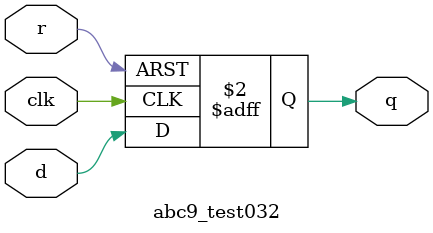
<source format=v>
module abc9_test032(input clk, d, r, output reg q);
always @(posedge clk or posedge r)
    if (r) q <= 1'b0;
    else q <= d;
endmodule
</source>
